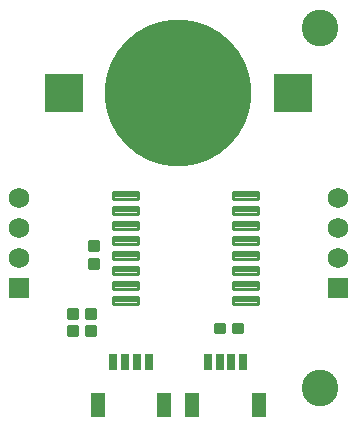
<source format=gbr>
G04 EAGLE Gerber RS-274X export*
G75*
%MOMM*%
%FSLAX34Y34*%
%LPD*%
%AMOC8*
5,1,8,0,0,1.08239X$1,22.5*%
G01*
%ADD10C,3.101600*%
%ADD11C,12.446000*%
%ADD12C,0.326897*%
%ADD13R,1.752600X1.752600*%
%ADD14C,1.752600*%
%ADD15R,0.701600X1.451600*%
%ADD16R,1.301600X2.101600*%
%ADD17C,0.293622*%
%ADD18R,3.301600X3.301600*%
%ADD19R,4.001600X4.001600*%


D10*
X270000Y334800D03*
X270000Y30000D03*
D11*
X150000Y280000D03*
D12*
X197513Y83681D02*
X204151Y83681D01*
X204151Y77043D01*
X197513Y77043D01*
X197513Y83681D01*
X197513Y80149D02*
X204151Y80149D01*
X204151Y83255D02*
X197513Y83255D01*
X188911Y83681D02*
X182273Y83681D01*
X188911Y83681D02*
X188911Y77043D01*
X182273Y77043D01*
X182273Y83681D01*
X182273Y80149D02*
X188911Y80149D01*
X188911Y83255D02*
X182273Y83255D01*
X75389Y146823D02*
X75389Y153461D01*
X82027Y153461D01*
X82027Y146823D01*
X75389Y146823D01*
X75389Y149929D02*
X82027Y149929D01*
X82027Y153035D02*
X75389Y153035D01*
X75389Y138221D02*
X75389Y131583D01*
X75389Y138221D02*
X82027Y138221D01*
X82027Y131583D01*
X75389Y131583D01*
X75389Y134689D02*
X82027Y134689D01*
X82027Y137795D02*
X75389Y137795D01*
D13*
X15000Y114900D03*
D14*
X15000Y140300D03*
X15000Y165700D03*
X15000Y191100D03*
D15*
X95000Y52000D03*
X105000Y52000D03*
X115000Y52000D03*
X125000Y52000D03*
D16*
X138000Y15250D03*
X82000Y15250D03*
D15*
X175000Y52000D03*
X185000Y52000D03*
X195000Y52000D03*
X205000Y52000D03*
D16*
X218000Y15250D03*
X162000Y15250D03*
D13*
X285000Y114900D03*
D14*
X285000Y140300D03*
X285000Y165700D03*
X285000Y191100D03*
D12*
X79721Y96267D02*
X73083Y96267D01*
X79721Y96267D02*
X79721Y89629D01*
X73083Y89629D01*
X73083Y96267D01*
X73083Y92735D02*
X79721Y92735D01*
X79721Y95841D02*
X73083Y95841D01*
X64481Y96267D02*
X57843Y96267D01*
X64481Y96267D02*
X64481Y89629D01*
X57843Y89629D01*
X57843Y96267D01*
X57843Y92735D02*
X64481Y92735D01*
X64481Y95841D02*
X57843Y95841D01*
X72829Y81789D02*
X79467Y81789D01*
X79467Y75151D01*
X72829Y75151D01*
X72829Y81789D01*
X72829Y78257D02*
X79467Y78257D01*
X79467Y81363D02*
X72829Y81363D01*
X64227Y81789D02*
X57589Y81789D01*
X64227Y81789D02*
X64227Y75151D01*
X57589Y75151D01*
X57589Y81789D01*
X57589Y78257D02*
X64227Y78257D01*
X64227Y81363D02*
X57589Y81363D01*
D17*
X217480Y101500D02*
X217480Y107200D01*
X217480Y101500D02*
X196540Y101500D01*
X196540Y107200D01*
X217480Y107200D01*
X217480Y104289D02*
X196540Y104289D01*
X196540Y107078D02*
X217480Y107078D01*
X217480Y114200D02*
X217480Y119900D01*
X217480Y114200D02*
X196540Y114200D01*
X196540Y119900D01*
X217480Y119900D01*
X217480Y116989D02*
X196540Y116989D01*
X196540Y119778D02*
X217480Y119778D01*
X217480Y126900D02*
X217480Y132600D01*
X217480Y126900D02*
X196540Y126900D01*
X196540Y132600D01*
X217480Y132600D01*
X217480Y129689D02*
X196540Y129689D01*
X196540Y132478D02*
X217480Y132478D01*
X217480Y139600D02*
X217480Y145300D01*
X217480Y139600D02*
X196540Y139600D01*
X196540Y145300D01*
X217480Y145300D01*
X217480Y142389D02*
X196540Y142389D01*
X196540Y145178D02*
X217480Y145178D01*
X217480Y152300D02*
X217480Y158000D01*
X217480Y152300D02*
X196540Y152300D01*
X196540Y158000D01*
X217480Y158000D01*
X217480Y155089D02*
X196540Y155089D01*
X196540Y157878D02*
X217480Y157878D01*
X217480Y165000D02*
X217480Y170700D01*
X217480Y165000D02*
X196540Y165000D01*
X196540Y170700D01*
X217480Y170700D01*
X217480Y167789D02*
X196540Y167789D01*
X196540Y170578D02*
X217480Y170578D01*
X217480Y177700D02*
X217480Y183400D01*
X217480Y177700D02*
X196540Y177700D01*
X196540Y183400D01*
X217480Y183400D01*
X217480Y180489D02*
X196540Y180489D01*
X196540Y183278D02*
X217480Y183278D01*
X217480Y190400D02*
X217480Y196100D01*
X217480Y190400D02*
X196540Y190400D01*
X196540Y196100D01*
X217480Y196100D01*
X217480Y193189D02*
X196540Y193189D01*
X196540Y195978D02*
X217480Y195978D01*
X115880Y196100D02*
X115880Y190400D01*
X94940Y190400D01*
X94940Y196100D01*
X115880Y196100D01*
X115880Y193189D02*
X94940Y193189D01*
X94940Y195978D02*
X115880Y195978D01*
X115880Y183400D02*
X115880Y177700D01*
X94940Y177700D01*
X94940Y183400D01*
X115880Y183400D01*
X115880Y180489D02*
X94940Y180489D01*
X94940Y183278D02*
X115880Y183278D01*
X115880Y170700D02*
X115880Y165000D01*
X94940Y165000D01*
X94940Y170700D01*
X115880Y170700D01*
X115880Y167789D02*
X94940Y167789D01*
X94940Y170578D02*
X115880Y170578D01*
X115880Y158000D02*
X115880Y152300D01*
X94940Y152300D01*
X94940Y158000D01*
X115880Y158000D01*
X115880Y155089D02*
X94940Y155089D01*
X94940Y157878D02*
X115880Y157878D01*
X115880Y145300D02*
X115880Y139600D01*
X94940Y139600D01*
X94940Y145300D01*
X115880Y145300D01*
X115880Y142389D02*
X94940Y142389D01*
X94940Y145178D02*
X115880Y145178D01*
X115880Y132600D02*
X115880Y126900D01*
X94940Y126900D01*
X94940Y132600D01*
X115880Y132600D01*
X115880Y129689D02*
X94940Y129689D01*
X94940Y132478D02*
X115880Y132478D01*
X115880Y119900D02*
X115880Y114200D01*
X94940Y114200D01*
X94940Y119900D01*
X115880Y119900D01*
X115880Y116989D02*
X94940Y116989D01*
X94940Y119778D02*
X115880Y119778D01*
X115880Y107200D02*
X115880Y101500D01*
X94940Y101500D01*
X94940Y107200D01*
X115880Y107200D01*
X115880Y104289D02*
X94940Y104289D01*
X94940Y107078D02*
X115880Y107078D01*
D18*
X53000Y280000D03*
X247000Y280000D03*
D19*
X150000Y280000D03*
M02*

</source>
